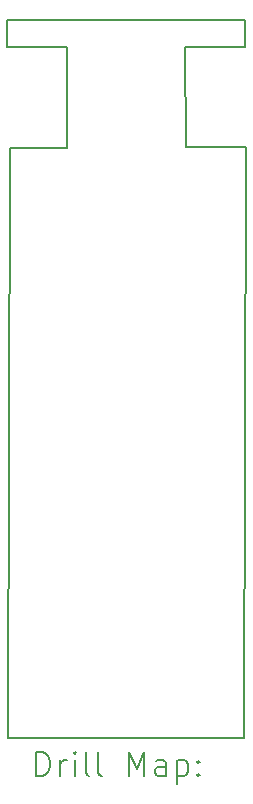
<source format=gbr>
%TF.GenerationSoftware,KiCad,Pcbnew,(6.0.7)*%
%TF.CreationDate,2023-02-07T15:13:12-05:00*%
%TF.ProjectId,DCA_USMR_Sens,4443415f-5553-44d5-925f-53656e732e6b,v1.1*%
%TF.SameCoordinates,Original*%
%TF.FileFunction,Drillmap*%
%TF.FilePolarity,Positive*%
%FSLAX45Y45*%
G04 Gerber Fmt 4.5, Leading zero omitted, Abs format (unit mm)*
G04 Created by KiCad (PCBNEW (6.0.7)) date 2023-02-07 15:13:12*
%MOMM*%
%LPD*%
G01*
G04 APERTURE LIST*
%ADD10C,0.200000*%
G04 APERTURE END LIST*
D10*
X23745000Y-9653000D02*
X23243000Y-9653000D01*
X23245000Y-10495000D01*
X23755000Y-10497815D01*
X23744000Y-15499000D01*
X21744573Y-15499000D01*
X21755000Y-10503000D01*
X22245000Y-10503000D01*
X22245000Y-9653000D01*
X21735000Y-9653000D01*
X21735000Y-9423000D01*
X23745000Y-9423000D01*
X23745000Y-9653000D01*
X21982619Y-15819476D02*
X21982619Y-15619476D01*
X22030238Y-15619476D01*
X22058810Y-15629000D01*
X22077857Y-15648048D01*
X22087381Y-15667095D01*
X22096905Y-15705190D01*
X22096905Y-15733762D01*
X22087381Y-15771857D01*
X22077857Y-15790905D01*
X22058810Y-15809952D01*
X22030238Y-15819476D01*
X21982619Y-15819476D01*
X22182619Y-15819476D02*
X22182619Y-15686143D01*
X22182619Y-15724238D02*
X22192143Y-15705190D01*
X22201667Y-15695667D01*
X22220714Y-15686143D01*
X22239762Y-15686143D01*
X22306429Y-15819476D02*
X22306429Y-15686143D01*
X22306429Y-15619476D02*
X22296905Y-15629000D01*
X22306429Y-15638524D01*
X22315952Y-15629000D01*
X22306429Y-15619476D01*
X22306429Y-15638524D01*
X22430238Y-15819476D02*
X22411190Y-15809952D01*
X22401667Y-15790905D01*
X22401667Y-15619476D01*
X22535000Y-15819476D02*
X22515952Y-15809952D01*
X22506428Y-15790905D01*
X22506428Y-15619476D01*
X22763571Y-15819476D02*
X22763571Y-15619476D01*
X22830238Y-15762333D01*
X22896905Y-15619476D01*
X22896905Y-15819476D01*
X23077857Y-15819476D02*
X23077857Y-15714714D01*
X23068333Y-15695667D01*
X23049286Y-15686143D01*
X23011190Y-15686143D01*
X22992143Y-15695667D01*
X23077857Y-15809952D02*
X23058809Y-15819476D01*
X23011190Y-15819476D01*
X22992143Y-15809952D01*
X22982619Y-15790905D01*
X22982619Y-15771857D01*
X22992143Y-15752809D01*
X23011190Y-15743286D01*
X23058809Y-15743286D01*
X23077857Y-15733762D01*
X23173095Y-15686143D02*
X23173095Y-15886143D01*
X23173095Y-15695667D02*
X23192143Y-15686143D01*
X23230238Y-15686143D01*
X23249286Y-15695667D01*
X23258809Y-15705190D01*
X23268333Y-15724238D01*
X23268333Y-15781381D01*
X23258809Y-15800428D01*
X23249286Y-15809952D01*
X23230238Y-15819476D01*
X23192143Y-15819476D01*
X23173095Y-15809952D01*
X23354048Y-15800428D02*
X23363571Y-15809952D01*
X23354048Y-15819476D01*
X23344524Y-15809952D01*
X23354048Y-15800428D01*
X23354048Y-15819476D01*
X23354048Y-15695667D02*
X23363571Y-15705190D01*
X23354048Y-15714714D01*
X23344524Y-15705190D01*
X23354048Y-15695667D01*
X23354048Y-15714714D01*
M02*

</source>
